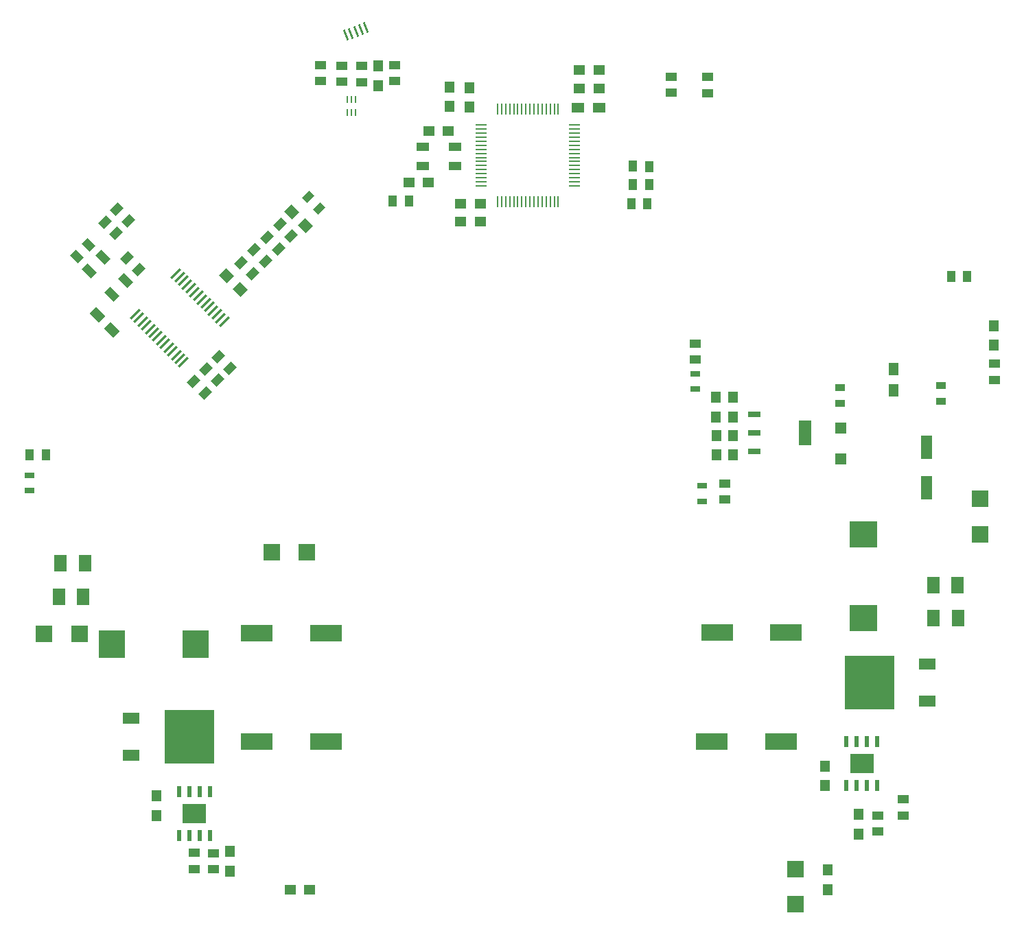
<source format=gtp>
G04 DesignSpark PCB Gerber Version 12.0 Build 5942*
%FSLAX35Y35*%
%MOIN*%
%ADD210R,0.00581X0.03298*%
%ADD204R,0.00581X0.05207*%
%ADD175R,0.01959X0.05404*%
%ADD189R,0.04124X0.05400*%
%ADD185R,0.04518X0.06487*%
%ADD178R,0.05000X0.05200*%
%ADD190R,0.05699X0.11802*%
%ADD182R,0.06290X0.08258*%
%ADD184R,0.06290X0.11998*%
%ADD199R,0.07865X0.08061*%
%ADD202R,0.07865X0.08455*%
%ADD206R,0.12589X0.13573*%
%ADD180R,0.23928X0.25935*%
%ADD203R,0.05207X0.00581*%
%AMT209*0 Rectangle Pad at angle 22*21,1,0.00975,0.05306,0,0,22*%
%ADD209T209*%
%ADD200R,0.04912X0.02943*%
%ADD183R,0.06290X0.03140*%
%ADD205R,0.04900X0.03400*%
%AMT196*0 Rectangle Pad at angle 45*21,1,0.04124,0.05400,0,0,45*%
%ADD196T196*%
%AMT201*0 Rectangle Pad at angle 45*21,1,0.04124,0.06487,0,0,45*%
%ADD201T201*%
%AMT194*0 Rectangle Pad at angle 45*21,1,0.04518,0.06487,0,0,45*%
%ADD194T194*%
%ADD181R,0.05400X0.04124*%
%ADD198R,0.06487X0.04124*%
%ADD187R,0.06487X0.04518*%
%AMT195*0 Rectangle Pad at angle 45*21,1,0.05000,0.05200,0,0,45*%
%ADD195T195*%
%ADD193R,0.05200X0.05000*%
%ADD179R,0.08376X0.05400*%
%ADD191R,0.05817X0.05424*%
%ADD207R,0.08061X0.07865*%
%ADD208R,0.08455X0.07865*%
%ADD177R,0.15739X0.07865*%
%ADD176R,0.11605X0.09636*%
%AMT188*0 Rectangle Pad at angle 135*21,1,0.01172,0.06487,0,0,135*%
%ADD188T188*%
%AMT197*0 Rectangle Pad at angle 135*21,1,0.03400,0.04900,0,0,135*%
%ADD197T197*%
%AMT186*0 Rectangle Pad at angle 135*21,1,0.04124,0.05400,0,0,135*%
%ADD186T186*%
%ADD192R,0.13573X0.12589*%
X0Y0D02*
D02*
D175*
X90624Y60262D03*
Y81616D03*
X95624Y60262D03*
Y81616D03*
X100624Y60262D03*
Y81616D03*
X105624Y60262D03*
Y81616D03*
X414837Y84573D03*
Y105927D03*
X419837Y84573D03*
Y105927D03*
X424837Y84573D03*
Y105927D03*
X429837Y84573D03*
Y105927D03*
D02*
D176*
X98124Y70939D03*
X422337Y95250D03*
D02*
D177*
X128478Y105880D03*
Y158537D03*
X161943Y105880D03*
Y158537D03*
X349502Y105880D03*
X351864Y158970D03*
X382967Y105880D03*
X385329Y158970D03*
D02*
D178*
X79738Y70014D03*
Y79502D03*
X115506Y42986D03*
Y52474D03*
X187297Y424719D03*
Y434207D03*
X221963Y414581D03*
Y424069D03*
X231805Y414187D03*
Y423675D03*
X351510Y263656D03*
Y273144D03*
X351530Y245230D03*
Y254719D03*
X359699Y263686D03*
Y273174D03*
X359797Y245191D03*
Y254679D03*
X404443Y84581D03*
Y94069D03*
X405722Y34108D03*
Y43596D03*
X420742Y60998D03*
Y70486D03*
X486411Y298557D03*
Y308045D03*
D02*
D179*
X67429Y99128D03*
Y117159D03*
X454115Y125604D03*
Y143636D03*
D02*
D180*
X95559Y108144D03*
X425985Y134620D03*
D02*
D181*
X98085Y43911D03*
X98124Y51785D03*
X107415Y43833D03*
X107455Y51707D03*
X159246Y426844D03*
X159285Y434719D03*
X169581Y426490D03*
X169620Y434364D03*
X179187Y426372D03*
X179226Y434246D03*
X195329Y426825D03*
X195368Y434699D03*
X329738Y421215D03*
X329778Y429089D03*
X341313Y291569D03*
X341352Y299443D03*
X347455Y420998D03*
X347494Y428872D03*
X355604Y223478D03*
X355644Y231352D03*
X430014Y62140D03*
X430053Y70014D03*
X442199D03*
X442238Y77888D03*
X486589Y281628D03*
X486628Y289502D03*
D02*
D182*
X32278Y176352D03*
X33163Y192494D03*
X44089Y176352D03*
X44974Y192494D03*
X456982Y181864D03*
X457179Y166116D03*
X468793Y181864D03*
X468990Y166116D03*
D02*
D183*
X369876Y246805D03*
Y255860D03*
Y264915D03*
D02*
D184*
X394679Y255860D03*
D02*
D185*
X437573Y276746D03*
Y286982D03*
D02*
D186*
X54549Y358428D03*
X60089Y352832D03*
X60514Y364491D03*
X65411Y340818D03*
X66054Y358895D03*
X70951Y335222D03*
X97832Y280936D03*
X103372Y275340D03*
X103742Y287089D03*
X109282Y281493D03*
X109667Y292916D03*
X115207Y287320D03*
X120711Y338743D03*
X126251Y333147D03*
X127010Y344943D03*
X132550Y339348D03*
X133348Y350987D03*
X138889Y345391D03*
X139549Y357187D03*
X145089Y351592D03*
D02*
D187*
X284461Y414080D03*
X294697D03*
D02*
D188*
X69314Y313665D03*
X71124Y311855D03*
X72933Y310046D03*
X74743Y308236D03*
X76552Y306426D03*
X78361Y304617D03*
X80171Y302807D03*
X81981Y300998D03*
X83790Y299188D03*
X85600Y297379D03*
X87409Y295569D03*
X89080Y333430D03*
X89219Y293760D03*
X90889Y331620D03*
X91028Y291950D03*
X92698Y329811D03*
X92838Y290141D03*
X94508Y328002D03*
X96318Y326192D03*
X98127Y324383D03*
X99937Y322573D03*
X101746Y320763D03*
X103556Y318954D03*
X105365Y317144D03*
X107175Y315335D03*
X108984Y313525D03*
X110794Y311716D03*
X112604Y309906D03*
D02*
D189*
X17986Y245388D03*
X25860Y245348D03*
X194364Y368715D03*
X202238Y368675D03*
X310211Y367179D03*
X310998Y376628D03*
Y385486D03*
X318085Y367140D03*
X318872Y376589D03*
Y385447D03*
X465565Y332100D03*
X473439Y332061D03*
D02*
D190*
X453793Y229305D03*
Y248990D03*
D02*
D191*
X411963Y243380D03*
Y258341D03*
D02*
D192*
X422927Y166116D03*
Y206667D03*
D02*
D193*
X144581Y33951D03*
X154069D03*
X202238Y377553D03*
X211726D03*
X211943Y402494D03*
X221431D03*
X227454Y358626D03*
X227455Y367317D03*
X236942Y358626D03*
X236943Y367317D03*
X285111Y432170D03*
X285132Y423419D03*
X294599Y432170D03*
X294620Y423419D03*
D02*
D194*
X50922Y313219D03*
X58160Y305981D03*
D02*
D195*
X113596Y332443D03*
X120306Y325734D03*
X145447Y363369D03*
X152156Y356659D03*
D02*
D196*
X40970Y341695D03*
X46566Y347235D03*
D02*
D197*
X153230Y370518D03*
X158687Y365061D03*
D02*
D198*
X208990Y385644D03*
Y395093D03*
X224738Y385644D03*
Y395093D03*
D02*
D199*
X479797Y206470D03*
Y223793D03*
D02*
D200*
X17986Y227927D03*
Y235407D03*
X341274Y277199D03*
Y284679D03*
X344837Y222652D03*
Y230132D03*
D02*
D201*
X47011Y334564D03*
X53692Y341245D03*
X58146Y323428D03*
X64828Y330109D03*
D02*
D202*
X389974Y27002D03*
Y43931D03*
D02*
D203*
X237482Y375998D03*
Y377967D03*
Y379935D03*
Y381904D03*
Y383872D03*
Y385841D03*
Y387809D03*
Y389778D03*
Y391746D03*
Y393715D03*
Y395683D03*
Y397652D03*
Y399620D03*
Y401589D03*
Y403557D03*
Y405526D03*
X282663Y375998D03*
Y377967D03*
Y379935D03*
Y381904D03*
Y383872D03*
Y385841D03*
Y387809D03*
Y389778D03*
Y391746D03*
Y393715D03*
Y395683D03*
Y397652D03*
Y399620D03*
Y401589D03*
Y403557D03*
Y405526D03*
D02*
D204*
X245309Y368171D03*
Y413352D03*
X247278Y368171D03*
Y413352D03*
X249246Y368171D03*
Y413352D03*
X251215Y368171D03*
Y413352D03*
X253183Y368171D03*
Y413352D03*
X255152Y368171D03*
Y413352D03*
X257120Y368171D03*
Y413352D03*
X259089Y368171D03*
Y413352D03*
X261057Y368171D03*
Y413352D03*
X263026Y368171D03*
Y413352D03*
X264994Y368171D03*
Y413352D03*
X266963Y368171D03*
Y413352D03*
X268931Y368171D03*
Y413352D03*
X270900Y368171D03*
Y413352D03*
X272868Y368171D03*
Y413352D03*
X274837Y368171D03*
Y413352D03*
D02*
D205*
X411707Y270348D03*
Y278065D03*
X460624Y271136D03*
Y278852D03*
D02*
D206*
X57967Y153222D03*
X98518D03*
D02*
D207*
X25132Y158301D03*
X42455D03*
D02*
D208*
X135722Y197868D03*
X152652D03*
D02*
D209*
X171797Y449144D03*
X174170Y450102D03*
X176543Y451061D03*
X178915Y452020D03*
X181288Y452978D03*
D02*
D210*
X172447Y411561D03*
Y417900D03*
X174415Y411561D03*
Y417900D03*
X176384Y411561D03*
Y417900D03*
X0Y0D02*
M02*

</source>
